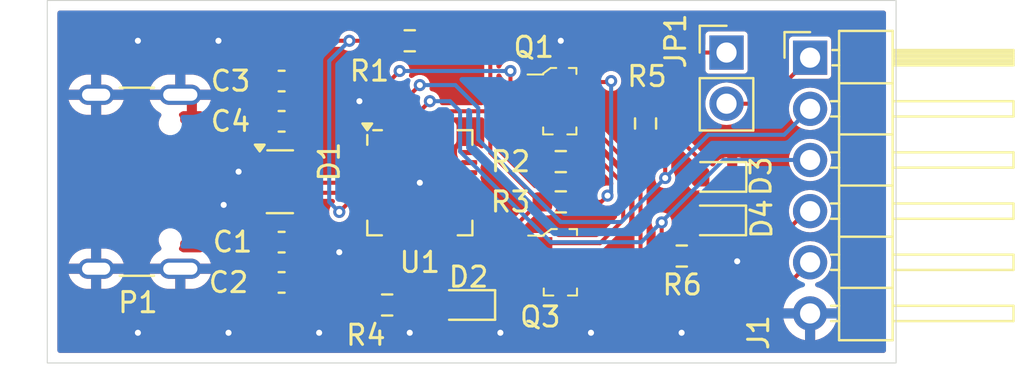
<source format=kicad_pcb>
(kicad_pcb (version 20240108) (generator "pcbnew") (generator_version "8.0")
  (layers (0 "F.Cu" signal) (31 "B.Cu" signal) (34 "B.Paste" user) (35 "F.Paste" user) (36 "B.SilkS" user "B.Silkscreen") (37 "F.SilkS" user "F.Silkscreen") (38 "B.Mask" user) (39 "F.Mask" user) (44 "Edge.Cuts" user))
  (net 0 "")
  (net 1 "GND")
  (net 2 "/VBUS")
  (net 3 "/VDD")
  (net 4 "/D+")
  (net 5 "/D-")
  (net 6 "/nRST")
  (net 7 "/TXD")
  (net 8 "Net-(J1-Pin_1)")
  (net 9 "/GPIO0")
  (net 10 "/RXD")
  (net 13 "/RTS")
  (net 14 "Net-(Q1-B)")
  (net 15 "/DTR")
  (net 34 "Net-(D2-A)")
  (net 35 "Net-(D3-A)")
  (net 36 "Net-(D4-A)")
  (net 37 "Net-(Q3-B)")
  (footprint "Capacitor_SMD:C_0603_1608Metric_Pad1.08x0.95mm_HandSolder" (layer "F.Cu") (at 45.1375 51.5 180)
    (property "Reference" "C2" (at 2.6375 0 0) (layer "F.SilkS"))
    (property "Value" "100nF")
    (fp_line (start -0.146267 0.51) (end 0.146267 0.51) (stroke (width 0.12)) (layer "F.SilkS"))
    (fp_line (start -0.146267 -0.51) (end 0.146267 -0.51) (stroke (width 0.12)) (layer "F.SilkS"))
    (pad "1" smd roundrect (at -0.8625 0 180) (size 1.075 0.95) (layers "F.Cu" "F.Paste" "F.Mask") (net 2 "/VBUS"))
    (pad "2" smd roundrect (at 0.8625 0 180) (size 1.075 0.95) (layers "F.Cu" "F.Paste" "F.Mask") (net 1 "GND"))
  )
  (footprint "digikey-footprints:SOT-23-3" (layer "F.Cu") (at 58.98 50.5)
    (property "Reference" "Q3" (at -1 2.71 0) (layer "F.SilkS"))
    (property "Value" "MMSS8050-H-TP")
    (fp_line (start -0.825 -1.375) (end -0.825 -1.325) (stroke (width 0.1)) (layer "F.SilkS"))
    (fp_line (start -0.825 -1.325) (end -1.6 -1.325) (stroke (width 0.1)) (layer "F.SilkS"))
    (fp_line (start -0.825 1.65) (end -0.825 1.3) (stroke (width 0.1)) (layer "F.SilkS"))
    (fp_line (start -0.45 -1.65) (end -0.825 -1.375) (stroke (width 0.1)) (layer "F.SilkS"))
    (fp_line (start -0.35 1.65) (end -0.825 1.65) (stroke (width 0.1)) (layer "F.SilkS"))
    (fp_line (start -0.175 -1.65) (end -0.45 -1.65) (stroke (width 0.1)) (layer "F.SilkS"))
    (fp_line (start 0.45 -1.65) (end 0.825 -1.65) (stroke (width 0.1)) (layer "F.SilkS"))
    (fp_line (start 0.825 -1.65) (end 0.825 -1.35) (stroke (width 0.1)) (layer "F.SilkS"))
    (fp_line (start 0.825 1.35) (end 0.825 1.65) (stroke (width 0.1)) (layer "F.SilkS"))
    (fp_line (start 0.825 1.425) (end 0.825 1.3) (stroke (width 0.1)) (layer "F.SilkS"))
    (fp_line (start 0.825 1.65) (end 0.375 1.65) (stroke (width 0.1)) (layer "F.SilkS"))
    (pad "1" smd rect (at -1.05 -0.95) (size 1.3 0.6) (layers "F.Cu" "F.Paste" "F.Mask") (net 37 "Net-(Q3-B)"))
    (pad "2" smd rect (at -1.05 0.95) (size 1.3 0.6) (layers "F.Cu" "F.Paste" "F.Mask") (net 13 "/RTS"))
    (pad "3" smd rect (at 1.05 0) (size 1.3 0.6) (layers "F.Cu" "F.Paste" "F.Mask") (net 6 "/nRST"))
  )
  (footprint "Resistor_SMD:R_0603_1608Metric_Pad0.98x0.95mm_HandSolder" (layer "F.Cu") (at 59 45.5)
    (property "Reference" "R2" (at -2.5 0 0) (layer "F.SilkS"))
    (property "Value" "12K")
    (fp_line (start -0.254724 -0.5225) (end 0.254724 -0.5225) (stroke (width 0.12)) (layer "F.SilkS"))
    (fp_line (start -0.254724 0.5225) (end 0.254724 0.5225) (stroke (width 0.12)) (layer "F.SilkS"))
    (pad "1" smd roundrect (at -0.9125 0) (size 0.975 0.95) (layers "F.Cu" "F.Paste" "F.Mask") (net 15 "/DTR"))
    (pad "2" smd roundrect (at 0.9125 0) (size 0.975 0.95) (layers "F.Cu" "F.Paste" "F.Mask") (net 37 "Net-(Q3-B)"))
  )
  (footprint "Capacitor_SMD:C_0603_1608Metric_Pad1.08x0.95mm_HandSolder" (layer "F.Cu") (at 45.1375 49.5 180)
    (property "Reference" "C1" (at 2.4375 0.01 0) (layer "F.SilkS"))
    (property "Value" "10uF")
    (fp_line (start -0.146267 0.51) (end 0.146267 0.51) (stroke (width 0.12)) (layer "F.SilkS"))
    (fp_line (start -0.146267 -0.51) (end 0.146267 -0.51) (stroke (width 0.12)) (layer "F.SilkS"))
    (pad "1" smd roundrect (at -0.8625 0 180) (size 1.075 0.95) (layers "F.Cu" "F.Paste" "F.Mask") (net 2 "/VBUS"))
    (pad "2" smd roundrect (at 0.8625 0 180) (size 1.075 0.95) (layers "F.Cu" "F.Paste" "F.Mask") (net 1 "GND"))
  )
  (footprint "Connector_PinHeader_2.54mm:PinHeader_1x06_P2.54mm_Horizontal" (layer "F.Cu") (at 71.38 40.34)
    (property "Reference" "J1" (at -2.56 13.65 -90) (layer "F.SilkS"))
    (property "Value" "Conn_01x06_Pin")
    (fp_line (start -1.27 -1.27) (end 0 -1.27) (stroke (width 0.12)) (layer "F.SilkS"))
    (fp_line (start -1.27 0) (end -1.27 -1.27) (stroke (width 0.12)) (layer "F.SilkS"))
    (fp_line (start 1.042929 2.16) (end 1.44 2.16) (stroke (width 0.12)) (layer "F.SilkS"))
    (fp_line (start 1.042929 2.92) (end 1.44 2.92) (stroke (width 0.12)) (layer "F.SilkS"))
    (fp_line (start 1.042929 4.7) (end 1.44 4.7) (stroke (width 0.12)) (layer "F.SilkS"))
    (fp_line (start 1.042929 5.46) (end 1.44 5.46) (stroke (width 0.12)) (layer "F.SilkS"))
    (fp_line (start 1.042929 7.24) (end 1.44 7.24) (stroke (width 0.12)) (layer "F.SilkS"))
    (fp_line (start 1.042929 8) (end 1.44 8) (stroke (width 0.12)) (layer "F.SilkS"))
    (fp_line (start 1.042929 9.78) (end 1.44 9.78) (stroke (width 0.12)) (layer "F.SilkS"))
    (fp_line (start 1.042929 10.54) (end 1.44 10.54) (stroke (width 0.12)) (layer "F.SilkS"))
    (fp_line (start 1.042929 12.32) (end 1.44 12.32) (stroke (width 0.12)) (layer "F.SilkS"))
    (fp_line (start 1.042929 13.08) (end 1.44 13.08) (stroke (width 0.12)) (layer "F.SilkS"))
    (fp_line (start 1.11 -0.38) (end 1.44 -0.38) (stroke (width 0.12)) (layer "F.SilkS"))
    (fp_line (start 1.11 0.38) (end 1.44 0.38) (stroke (width 0.12)) (layer "F.SilkS"))
    (fp_line (start 1.44 -1.33) (end 1.44 14.03) (stroke (width 0.12)) (layer "F.SilkS"))
    (fp_line (start 1.44 1.27) (end 4.1 1.27) (stroke (width 0.12)) (layer "F.SilkS"))
    (fp_line (start 1.44 3.81) (end 4.1 3.81) (stroke (width 0.12)) (layer "F.SilkS"))
    (fp_line (start 1.44 6.35) (end 4.1 6.35) (stroke (width 0.12)) (layer "F.SilkS"))
    (fp_line (start 1.44 8.89) (end 4.1 8.89) (stroke (width 0.12)) (layer "F.SilkS"))
    (fp_line (start 1.44 11.43) (end 4.1 11.43) (stroke (width 0.12)) (layer "F.SilkS"))
    (fp_line (start 1.44 14.03) (end 4.1 14.03) (stroke (width 0.12)) (layer "F.SilkS"))
    (fp_line (start 4.1 -1.33) (end 1.44 -1.33) (stroke (width 0.12)) (layer "F.SilkS"))
    (fp_line (start 4.1 -0.38) (end 10.1 -0.38) (stroke (width 0.12)) (layer "F.SilkS"))
    (fp_line (start 4.1 -0.32) (end 10.1 -0.32) (stroke (width 0.12)) (layer "F.SilkS"))
    (fp_line (start 4.1 -0.2) (end 10.1 -0.2) (stroke (width 0.12)) (layer "F.SilkS"))
    (fp_line (start 4.1 -0.08) (end 10.1 -0.08) (stroke (width 0.12)) (layer "F.SilkS"))
    (fp_line (start 4.1 0.04) (end 10.1 0.04) (stroke (width 0.12)) (layer "F.SilkS"))
    (fp_line (start 4.1 0.16) (end 10.1 0.16) (stroke (width 0.12)) (layer "F.SilkS"))
    (fp_line (start 4.1 0.28) (end 10.1 0.28) (stroke (width 0.12)) (layer "F.SilkS"))
    (fp_line (start 4.1 2.16) (end 10.1 2.16) (stroke (width 0.12)) (layer "F.SilkS"))
    (fp_line (start 4.1 4.7) (end 10.1 4.7) (stroke (width 0.12)) (layer "F.SilkS"))
    (fp_line (start 4.1 7.24) (end 10.1 7.24) (stroke (width 0.12)) (layer "F.SilkS"))
    (fp_line (start 4.1 9.78) (end 10.1 9.78) (stroke (width 0.12)) (layer "F.SilkS"))
    (fp_line (start 4.1 12.32) (end 10.1 12.32) (stroke (width 0.12)) (layer "F.SilkS"))
    (fp_line (start 4.1 14.03) (end 4.1 -1.33) (stroke (width 0.12)) (layer "F.SilkS"))
    (fp_line (start 10.1 -0.38) (end 10.1 0.38) (stroke (width 0.12)) (layer "F.SilkS"))
    (fp_line (start 10.1 0.38) (end 4.1 0.38) (stroke (width 0.12)) (layer "F.SilkS"))
    (fp_line (start 10.1 2.16) (end 10.1 2.92) (stroke (width 0.12)) (layer "F.SilkS"))
    (fp_line (start 10.1 2.92) (end 4.1 2.92) (stroke (width 0.12)) (layer "F.SilkS"))
    (fp_line (start 10.1 4.7) (end 10.1 5.46) (stroke (width 0.12)) (layer "F.SilkS"))
    (fp_line (start 10.1 5.46) (end 4.1 5.46) (stroke (width 0.12)) (layer "F.SilkS"))
    (fp_line (start 10.1 7.24) (end 10.1 8) (stroke (width 0.12)) (layer "F.SilkS"))
    (fp_line (start 10.1 8) (end 4.1 8) (stroke (width 0.12)) (layer "F.SilkS"))
    (fp_line (start 10.1 9.78) (end 10.1 10.54) (stroke (width 0.12)) (layer "F.SilkS"))
    (fp_line (start 10.1 10.54) (end 4.1 10.54) (stroke (width 0.12)) (layer "F.SilkS"))
    (fp_line (start 10.1 12.32) (end 10.1 13.08) (stroke (width 0.12)) (layer "F.SilkS"))
    (fp_line (start 10.1 13.08) (end 4.1 13.08) (stroke (width 0.12)) (layer "F.SilkS"))
    (pad "1" thru_hole rect (at 0 0) (size 1.7 1.7) (drill 1) (layers "*.Cu" "*.Mask") (net 8 "Net-(J1-Pin_1)"))
    (pad "2" thru_hole oval (at 0 2.54) (size 1.7 1.7) (drill 1) (layers "*.Cu" "*.Mask") (net 7 "/TXD"))
    (pad "3" thru_hole oval (at 0 5.08) (size 1.7 1.7) (drill 1) (layers "*.Cu" "*.Mask") (net 10 "/RXD"))
    (pad "4" thru_hole oval (at 0 7.62) (size 1.7 1.7) (drill 1) (layers "*.Cu" "*.Mask") (net 9 "/GPIO0"))
    (pad "5" thru_hole oval (at 0 10.16) (size 1.7 1.7) (drill 1) (layers "*.Cu" "*.Mask") (net 6 "/nRST"))
    (pad "6" thru_hole oval (at 0 12.7) (size 1.7 1.7) (drill 1) (layers "*.Cu" "*.Mask") (net 1 "GND"))
  )
  (footprint "Resistor_SMD:R_0603_1608Metric_Pad0.98x0.95mm_HandSolder" (layer "F.Cu") (at 65.0075 50.19)
    (property "Reference" "R6" (at 0.0225 1.43 360) (layer "F.SilkS"))
    (property "Value" "10")
    (fp_line (start -0.254724 -0.5225) (end 0.254724 -0.5225) (stroke (width 0.12)) (layer "F.SilkS"))
    (fp_line (start -0.254724 0.5225) (end 0.254724 0.5225) (stroke (width 0.12)) (layer "F.SilkS"))
    (pad "1" smd roundrect (at -0.9125 0) (size 0.975 0.95) (layers "F.Cu" "F.Paste" "F.Mask") (net 10 "/RXD"))
    (pad "2" smd roundrect (at 0.9125 0) (size 0.975 0.95) (layers "F.Cu" "F.Paste" "F.Mask") (net 36 "Net-(D4-A)"))
  )
  (footprint "digikey-footprints:SOT-23-3" (layer "F.Cu") (at 58.95 42.5)
    (property "Reference" "Q1" (at -1.29 -2.68 0) (layer "F.SilkS"))
    (property "Value" "MMSS8050-H-TP")
    (fp_line (start -0.825 -1.375) (end -0.825 -1.325) (stroke (width 0.1)) (layer "F.SilkS"))
    (fp_line (start -0.825 -1.325) (end -1.6 -1.325) (stroke (width 0.1)) (layer "F.SilkS"))
    (fp_line (start -0.825 1.65) (end -0.825 1.3) (stroke (width 0.1)) (layer "F.SilkS"))
    (fp_line (start -0.45 -1.65) (end -0.825 -1.375) (stroke (width 0.1)) (layer "F.SilkS"))
    (fp_line (start -0.35 1.65) (end -0.825 1.65) (stroke (width 0.1)) (layer "F.SilkS"))
    (fp_line (start -0.175 -1.65) (end -0.45 -1.65) (stroke (width 0.1)) (layer "F.SilkS"))
    (fp_line (start 0.45 -1.65) (end 0.825 -1.65) (stroke (width 0.1)) (layer "F.SilkS"))
    (fp_line (start 0.825 -1.65) (end 0.825 -1.35) (stroke (width 0.1)) (layer "F.SilkS"))
    (fp_line (start 0.825 1.35) (end 0.825 1.65) (stroke (width 0.1)) (layer "F.SilkS"))
    (fp_line (start 0.825 1.425) (end 0.825 1.3) (stroke (width 0.1)) (layer "F.SilkS"))
    (fp_line (start 0.825 1.65) (end 0.375 1.65) (stroke (width 0.1)) (layer "F.SilkS"))
    (pad "1" smd rect (at -1.05 -0.95) (size 1.3 0.6) (layers "F.Cu" "F.Paste" "F.Mask") (net 14 "Net-(Q1-B)"))
    (pad "2" smd rect (at -1.05 0.95) (size 1.3 0.6) (layers "F.Cu" "F.Paste" "F.Mask") (net 15 "/DTR"))
    (pad "3" smd rect (at 1.05 0) (size 1.3 0.6) (layers "F.Cu" "F.Paste" "F.Mask") (net 9 "/GPIO0"))
  )
  (footprint "Connector_PinHeader_2.54mm:PinHeader_1x02_P2.54mm_Vertical" (layer "F.Cu") (at 67.23 40.085)
    (property "Reference" "JP1" (at -2.53 -0.575 -90) (layer "F.SilkS"))
    (property "Value" "Jumper_2_Open")
    (fp_line (start -1.33 -1.33) (end 0 -1.33) (stroke (width 0.12)) (layer "F.SilkS"))
    (fp_line (start -1.33 0) (end -1.33 -1.33) (stroke (width 0.12)) (layer "F.SilkS"))
    (fp_line (start -1.33 1.27) (end -1.33 3.87) (stroke (width 0.12)) (layer "F.SilkS"))
    (fp_line (start -1.33 1.27) (end 1.33 1.27) (stroke (width 0.12)) (layer "F.SilkS"))
    (fp_line (start -1.33 3.87) (end 1.33 3.87) (stroke (width 0.12)) (layer "F.SilkS"))
    (fp_line (start 1.33 1.27) (end 1.33 3.87) (stroke (width 0.12)) (layer "F.SilkS"))
    (pad "1" thru_hole rect (at 0 0) (size 1.7 1.7) (drill 1) (layers "*.Cu" "*.Mask") (net 3 "/VDD"))
    (pad "2" thru_hole oval (at 0 2.54) (size 1.7 1.7) (drill 1) (layers "*.Cu" "*.Mask") (net 8 "Net-(J1-Pin_1)"))
  )
  (footprint "Resistor_SMD:R_0603_1608Metric_Pad0.98x0.95mm_HandSolder" (layer "F.Cu") (at 50.3775 52.62)
    (property "Reference" "R4" (at -1.0575 1.5 0) (layer "F.SilkS"))
    (property "Value" "100")
    (fp_line (start -0.254724 -0.5225) (end 0.254724 -0.5225) (stroke (width 0.12)) (layer "F.SilkS"))
    (fp_line (start -0.254724 0.5225) (end 0.254724 0.5225) (stroke (width 0.12)) (layer "F.SilkS"))
    (pad "1" smd roundrect (at -0.9125 0) (size 0.975 0.95) (layers "F.Cu" "F.Paste" "F.Mask") (net 2 "/VBUS"))
    (pad "2" smd roundrect (at 0.9125 0) (size 0.975 0.95) (layers "F.Cu" "F.Paste" "F.Mask") (net 34 "Net-(D2-A)"))
  )
  (footprint "Connector_USB:USB_C_Receptacle_GCT_USB4105-xx-A_16P_TopMnt_Horizontal" (layer "F.Cu") (at 37 46.5 -90)
    (property "Reference" "P1" (at 6 -1 0) (layer "F.SilkS"))
    (property "Value" "USB_C_Plug_USB2.0")
    (fp_line (start -4.67 -0.1) (end -4.67 -1.8) (stroke (width 0.12)) (layer "F.SilkS"))
    (fp_line (start 4.67 -0.1) (end 4.67 -1.8) (stroke (width 0.12)) (layer "F.SilkS"))
    (pad "" np_thru_hole circle (at -2.89 -2.605 270) (size 0.65 0.65) (drill 0.65) (layers "F&B.Cu" "*.Mask"))
    (pad "" np_thru_hole circle (at 2.89 -2.605 270) (size 0.65 0.65) (drill 0.65) (layers "F&B.Cu" "*.Mask"))
    (pad "A1" smd roundrect (at -3.2 -3.68 270) (size 0.6 1.15) (layers "F.Cu" "F.Paste" "F.Mask") (net 1 "GND"))
    (pad "A4" smd roundrect (at -2.4 -3.68 270) (size 0.6 1.15) (layers "F.Cu" "F.Paste" "F.Mask") (net 2 "/VBUS"))
    (pad "A5" smd roundrect (at -1.25 -3.68 270) (size 0.3 1.15) (layers "F.Cu" "F.Paste" "F.Mask"))
    (pad "A6" smd roundrect (at -0.25 -3.68 270) (size 0.3 1.15) (layers "F.Cu" "F.Paste" "F.Mask") (net 4 "/D+"))
    (pad "A7" smd roundrect (at 0.25 -3.68 270) (size 0.3 1.15) (layers "F.Cu" "F.Paste" "F.Mask") (net 5 "/D-"))
    (pad "A8" smd roundrect (at 1.25 -3.68 270) (size 0.3 1.15) (layers "F.Cu" "F.Paste" "F.Mask"))
    (pad "A9" smd roundrect (at 2.4 -3.68 270) (size 0.6 1.15) (layers "F.Cu" "F.Paste" "F.Mask") (net 2 "/VBUS"))
    (pad "A12" smd roundrect (at 3.2 -3.68 270) (size 0.6 1.15) (layers "F.Cu" "F.Paste" "F.Mask") (net 1 "GND"))
    (pad "B1" smd roundrect (at 3.2 -3.68 270) (size 0.6 1.15) (layers "F.Cu" "F.Paste" "F.Mask") (net 1 "GND"))
    (pad "B4" smd roundrect (at 2.4 -3.68 270) (size 0.6 1.15) (layers "F.Cu" "F.Paste" "F.Mask") (net 2 "/VBUS"))
    (pad "B5" smd roundrect (at 1.75 -3.68 270) (size 0.3 1.15) (layers "F.Cu" "F.Paste" "F.Mask"))
    (pad "B6" smd roundrect (at 0.75 -3.68 270) (size 0.3 1.15) (layers "F.Cu" "F.Paste" "F.Mask"))
    (pad "B7" smd roundrect (at -0.75 -3.68 270) (size 0.3 1.15) (layers "F.Cu" "F.Paste" "F.Mask"))
    (pad "B8" smd roundrect (at -1.75 -3.68 270) (size 0.3 1.15) (layers "F.Cu" "F.Paste" "F.Mask"))
    (pad "B9" smd roundrect (at -2.4 -3.68 270) (size 0.6 1.15) (layers "F.Cu" "F.Paste" "F.Mask") (net 2 "/VBUS"))
    (pad "B12" smd roundrect (at -3.2 -3.68 270) (size 0.6 1.15) (layers "F.Cu" "F.Paste" "F.Mask") (net 1 "GND"))
    (pad "S1" thru_hole oval (at -4.32 -3.105 270) (size 1 2.1) (drill oval 0.6 1.7) (layers "*.Cu" "*.Mask" "F.Paste") (net 1 "GND"))
    (pad "S1" thru_hole oval (at -4.32 1.075 270) (size 1 1.8) (drill oval 0.6 1.4) (layers "*.Cu" "*.Mask" "F.Paste") (net 1 "GND"))
    (pad "S1" thru_hole oval (at 4.32 -3.105 270) (size 1 2.1) (drill oval 0.6 1.7) (layers "*.Cu" "*.Mask" "F.Paste") (net 1 "GND"))
    (pad "S1" thru_hole oval (at 4.32 1.075 270) (size 1 1.8) (drill oval 0.6 1.4) (layers "*.Cu" "*.Mask" "F.Paste") (net 1 "GND"))
  )
  (footprint "LED_SMD:LED_0603_1608Metric" (layer "F.Cu") (at 66.7275 46.26 180)
    (property "Reference" "D3" (at -2.2125 0.03 90) (layer "F.SilkS"))
    (property "Value" "LED")
    (fp_line (start 0.8 -0.735) (end -1.485 -0.735) (stroke (width 0.12)) (layer "F.SilkS"))
    (fp_line (start -1.485 0.735) (end 0.8 0.735) (stroke (width 0.12)) (layer "F.SilkS"))
    (fp_line (start -1.485 -0.735) (end -1.485 0.735) (stroke (width 0.12)) (layer "F.SilkS"))
    (pad "1" smd roundrect (at -0.7875 0 180) (size 0.875 0.95) (layers "F.Cu" "F.Paste" "F.Mask") (net 1 "GND"))
    (pad "2" smd roundrect (at 0.7875 0 180) (size 0.875 0.95) (layers "F.Cu" "F.Paste" "F.Mask") (net 35 "Net-(D3-A)"))
  )
  (footprint "LED_SMD:LED_0603_1608Metric" (layer "F.Cu") (at 66.7125 48.42 180)
    (property "Reference" "D4" (at -2.2675 0.07 90) (layer "F.SilkS"))
    (property "Value" "LED")
    (fp_line (start 0.8 -0.735) (end -1.485 -0.735) (stroke (width 0.12)) (layer "F.SilkS"))
    (fp_line (start -1.485 0.735) (end 0.8 0.735) (stroke (width 0.12)) (layer "F.SilkS"))
    (fp_line (start -1.485 -0.735) (end -1.485 0.735) (stroke (width 0.12)) (layer "F.SilkS"))
    (pad "1" smd roundrect (at -0.7875 0 180) (size 0.875 0.95) (layers "F.Cu" "F.Paste" "F.Mask") (net 1 "GND"))
    (pad "2" smd roundrect (at 0.7875 0 180) (size 0.875 0.95) (layers "F.Cu" "F.Paste" "F.Mask") (net 36 "Net-(D4-A)"))
  )
  (footprint "Package_DFN_QFN:QFN-28-1EP_5x5mm_P0.5mm_EP3.35x3.35mm" (layer "F.Cu") (at 52 46.55)
    (property "Reference" "U1" (at 0 3.95 0) (layer "F.SilkS"))
    (property "Value" "CP2102N-Axx-xQFN28")
    (fp_line (start -2.61 -1.885) (end -2.61 -2.37) (stroke (width 0.12)) (layer "F.SilkS"))
    (fp_line (start -2.61 2.61) (end -2.61 1.885) (stroke (width 0.12)) (layer "F.SilkS"))
    (fp_line (start -1.885 -2.61) (end -2.31 -2.61) (stroke (width 0.12)) (layer "F.SilkS"))
    (fp_line (start -1.885 2.61) (end -2.61 2.61) (stroke (width 0.12)) (layer "F.SilkS"))
    (fp_line (start 1.885 -2.61) (end 2.61 -2.61) (stroke (width 0.12)) (layer "F.SilkS"))
    (fp_line (start 1.885 2.61) (end 2.61 2.61) (stroke (width 0.12)) (layer "F.SilkS"))
    (fp_line (start 2.61 -2.61) (end 2.61 -1.885) (stroke (width 0.12)) (layer "F.SilkS"))
    (fp_line (start 2.61 2.61) (end 2.61 1.885) (stroke (width 0.12)) (layer "F.SilkS"))
    (fp_poly (pts (xy -2.61 -2.61) (xy -2.85 -2.94) (xy -2.37 -2.94) (xy -2.61 -2.61)) (stroke (width 0.12)) (fill solid) (layer "F.SilkS"))
    (pad "1" smd roundrect (at -2.45 -1.5) (size 0.8 0.25) (layers "F.Cu" "F.Paste" "F.Mask"))
    (pad "2" smd roundrect (at -2.45 -1) (size 0.8 0.25) (layers "F.Cu" "F.Paste" "F.Mask"))
    (pad "3" smd roundrect (at -2.45 -0.5) (size 0.8 0.25) (layers "F.Cu" "F.Paste" "F.Mask") (net 1 "GND"))
    (pad "4" smd roundrect (at -2.45 0) (size 0.8 0.25) (layers "F.Cu" "F.Paste" "F.Mask") (net 4 "/D+"))
    (pad "5" smd roundrect (at -2.45 0.5) (size 0.8 0.25) (layers "F.Cu" "F.Paste" "F.Mask") (net 5 "/D-"))
    (pad "6" smd roundrect (at -2.45 1) (size 0.8 0.25) (layers "F.Cu" "F.Paste" "F.Mask") (net 3 "/VDD"))
    (pad "7" smd roundrect (at -2.45 1.5) (size 0.8 0.25) (layers "F.Cu" "F.Paste" "F.Mask") (net 2 "/VBUS"))
    (pad "8" smd roundrect (at -1.5 2.45) (size 0.25 0.8) (layers "F.Cu" "F.Paste" "F.Mask") (net 2 "/VBUS"))
    (pad "9" smd roundrect (at -1 2.45) (size 0.25 0.8) (layers "F.Cu" "F.Paste" "F.Mask"))
    (pad "10" smd roundrect (at -0.5 2.45) (size 0.25 0.8) (layers "F.Cu" "F.Paste" "F.Mask"))
    (pad "11" smd roundrect (at 0 2.45) (size 0.25 0.8) (layers "F.Cu" "F.Paste" "F.Mask"))
    (pad "12" smd roundrect (at 0.5 2.45) (size 0.25 0.8) (layers "F.Cu" "F.Paste" "F.Mask"))
    (pad "13" smd roundrect (at 1 2.45) (size 0.25 0.8) (layers "F.Cu" "F.Paste" "F.Mask"))
    (pad "14" smd roundrect (at 1.5 2.45) (size 0.25 0.8) (layers "F.Cu" "F.Paste" "F.Mask"))
    (pad "15" smd roundrect (at 2.45 1.5) (size 0.8 0.25) (layers "F.Cu" "F.Paste" "F.Mask"))
    (pad "16" smd roundrect (at 2.45 1) (size 0.8 0.25) (layers "F.Cu" "F.Paste" "F.Mask"))
    (pad "17" smd roundrect (at 2.45 0.5) (size 0.8 0.25) (layers "F.Cu" "F.Paste" "F.Mask"))
    (pad "18" smd roundrect (at 2.45 0) (size 0.8 0.25) (layers "F.Cu" "F.Paste" "F.Mask"))
    (pad "19" smd roundrect (at 2.45 -0.5) (size 0.8 0.25) (layers "F.Cu" "F.Paste" "F.Mask"))
    (pad "20" smd roundrect (at 2.45 -1) (size 0.8 0.25) (layers "F.Cu" "F.Paste" "F.Mask"))
    (pad "21" smd roundrect (at 2.45 -1.5) (size 0.8 0.25) (layers "F.Cu" "F.Paste" "F.Mask"))
    (pad "22" smd roundrect (at 1.5 -2.45) (size 0.25 0.8) (layers "F.Cu" "F.Paste" "F.Mask"))
    (pad "23" smd roundrect (at 1 -2.45) (size 0.25 0.8) (layers "F.Cu" "F.Paste" "F.Mask"))
    (pad "24" smd roundrect (at 0.5 -2.45) (size 0.25 0.8) (layers "F.Cu" "F.Paste" "F.Mask") (net 13 "/RTS"))
    (pad "25" smd roundrect (at 0 -2.45) (size 0.25 0.8) (layers "F.Cu" "F.Paste" "F.Mask") (net 10 "/RXD"))
    (pad "26" smd roundrect (at -0.5 -2.45) (size 0.25 0.8) (layers "F.Cu" "F.Paste" "F.Mask") (net 7 "/TXD"))
    (pad "27" smd roundrect (at -1 -2.45) (size 0.25 0.8) (layers "F.Cu" "F.Paste" "F.Mask"))
    (pad "28" smd roundrect (at -1.5 -2.45) (size 0.25 0.8) (layers "F.Cu" "F.Paste" "F.Mask") (net 15 "/DTR"))
    (pad "29" smd rect (at 0 0) (size 3.35 3.35) (property pad_prop_heatsink) (layers "F.Cu" "F.Mask") (net 1 "GND"))
  )
  (footprint "Resistor_SMD:R_0603_1608Metric_Pad0.98x0.95mm_HandSolder" (layer "F.Cu") (at 63.21 43.6075 90)
    (property "Reference" "R5" (at 2.3375 0.07 180) (layer "F.SilkS"))
    (property "Value" "10")
    (fp_line (start -0.254724 -0.5225) (end 0.254724 -0.5225) (stroke (width 0.12)) (layer "F.SilkS"))
    (fp_line (start -0.254724 0.5225) (end 0.254724 0.5225) (stroke (width 0.12)) (layer "F.SilkS"))
    (pad "1" smd roundrect (at -0.9125 0 90) (size 0.975 0.95) (layers "F.Cu" "F.Paste" "F.Mask") (net 7 "/TXD"))
    (pad "2" smd roundrect (at 0.9125 0 90) (size 0.975 0.95) (layers "F.Cu" "F.Paste" "F.Mask") (net 35 "Net-(D3-A)"))
  )
  (footprint "Package_TO_SOT_SMD:SOT-143" (layer "F.Cu") (at 45.05 46.5)
    (property "Reference" "D1" (at 2.45 -1 90) (layer "F.SilkS"))
    (property "Value" "SP0503BAHT")
    (fp_line (start -0.65 1.56) (end 0.65 1.56) (stroke (width 0.12)) (layer "F.SilkS"))
    (fp_line (start 0.65 -1.56) (end -0.62 -1.56) (stroke (width 0.12)) (layer "F.SilkS"))
    (fp_poly (pts (xy -1 -1.51) (xy -1.24 -1.84) (xy -0.76 -1.84) (xy -1 -1.51)) (stroke (width 0.12)) (fill solid) (layer "F.SilkS"))
    (pad "1" smd roundrect (at -1 -0.75) (size 0.7 1) (layers "F.Cu" "F.Paste" "F.Mask") (net 1 "GND"))
    (pad "2" smd roundrect (at -1 0.95) (size 0.7 0.6) (layers "F.Cu" "F.Paste" "F.Mask") (net 2 "/VBUS"))
    (pad "3" smd roundrect (at 1 0.95) (size 0.7 0.6) (layers "F.Cu" "F.Paste" "F.Mask") (net 5 "/D-"))
    (pad "4" smd roundrect (at 1 -0.95) (size 0.7 0.6) (layers "F.Cu" "F.Paste" "F.Mask") (net 4 "/D+"))
  )
  (footprint "Resistor_SMD:R_0603_1608Metric_Pad0.98x0.95mm_HandSolder" (layer "F.Cu") (at 51.5 39.5)
    (property "Reference" "R1" (at -2 1.5 0) (layer "F.SilkS"))
    (property "Value" "4K7")
    (fp_line (start -0.254724 -0.5225) (end 0.254724 -0.5225) (stroke (width 0.12)) (layer "F.SilkS"))
    (fp_line (start -0.254724 0.5225) (end 0.254724 0.5225) (stroke (width 0.12)) (layer "F.SilkS"))
    (pad "1" smd roundrect (at -0.9125 0) (size 0.975 0.95) (layers "F.Cu" "F.Paste" "F.Mask") (net 3 "/VDD"))
    (pad "2" smd roundrect (at 0.9125 0) (size 0.975 0.95) (layers "F.Cu" "F.Paste" "F.Mask") (net 13 "/RTS"))
  )
  (footprint "Capacitor_SMD:C_0603_1608Metric_Pad1.08x0.95mm_HandSolder" (layer "F.Cu") (at 45.1375 43.5 180)
    (property "Reference" "C4" (at 2.5375 0 0) (layer "F.SilkS"))
    (property "Value" "100nF")
    (fp_line (start -0.146267 0.51) (end 0.146267 0.51) (stroke (width 0.12)) (layer "F.SilkS"))
    (fp_line (start -0.146267 -0.51) (end 0.146267 -0.51) (stroke (width 0.12)) (layer "F.SilkS"))
    (pad "1" smd roundrect (at -0.8625 0 180) (size 1.075 0.95) (layers "F.Cu" "F.Paste" "F.Mask") (net 3 "/VDD"))
    (pad "2" smd roundrect (at 0.8625 0 180) (size 1.075 0.95) (layers "F.Cu" "F.Paste" "F.Mask") (net 1 "GND"))
  )
  (footprint "LED_SMD:LED_0603_1608Metric" (layer "F.Cu") (at 54.2525 52.62 180)
    (property "Reference" "D2" (at -0.1675 1.39 180) (layer "F.SilkS"))
    (property "Value" "LED")
    (fp_line (start 0.8 -0.735) (end -1.485 -0.735) (stroke (width 0.12)) (layer "F.SilkS"))
    (fp_line (start -1.485 0.735) (end 0.8 0.735) (stroke (width 0.12)) (layer "F.SilkS"))
    (fp_line (start -1.485 -0.735) (end -1.485 0.735) (stroke (width 0.12)) (layer "F.SilkS"))
    (pad "1" smd roundrect (at -0.7875 0 180) (size 0.875 0.95) (layers "F.Cu" "F.Paste" "F.Mask") (net 1 "GND"))
    (pad "2" smd roundrect (at 0.7875 0 180) (size 0.875 0.95) (layers "F.Cu" "F.Paste" "F.Mask") (net 34 "Net-(D2-A)"))
  )
  (footprint "Capacitor_SMD:C_0603_1608Metric_Pad1.08x0.95mm_HandSolder" (layer "F.Cu") (at 45.1375 41.5 180)
    (property "Reference" "C3" (at 2.5375 0 0) (layer "F.SilkS"))
    (property "Value" "10uF")
    (fp_line (start -0.146267 0.51) (end 0.146267 0.51) (stroke (width 0.12)) (layer "F.SilkS"))
    (fp_line (start -0.146267 -0.51) (end 0.146267 -0.51) (stroke (width 0.12)) (layer "F.SilkS"))
    (pad "1" smd roundrect (at -0.8625 0 180) (size 1.075 0.95) (layers "F.Cu" "F.Paste" "F.Mask") (net 3 "/VDD"))
    (pad "2" smd roundrect (at 0.8625 0 180) (size 1.075 0.95) (layers "F.Cu" "F.Paste" "F.Mask") (net 1 "GND"))
  )
  (footprint "Resistor_SMD:R_0603_1608Metric_Pad0.98x0.95mm_HandSolder" (layer "F.Cu") (at 59 47.5)
    (property "Reference" "R3" (at -2.5 0 0) (layer "F.SilkS"))
    (property "Value" "12K")
    (fp_line (start -0.254724 -0.5225) (end 0.254724 -0.5225) (stroke (width 0.12)) (layer "F.SilkS"))
    (fp_line (start -0.254724 0.5225) (end 0.254724 0.5225) (stroke (width 0.12)) (layer "F.SilkS"))
    (pad "1" smd roundrect (at -0.9125 0) (size 0.975 0.95) (layers "F.Cu" "F.Paste" "F.Mask") (net 13 "/RTS"))
    (pad "2" smd roundrect (at 0.9125 0) (size 0.975 0.95) (layers "F.Cu" "F.Paste" "F.Mask") (net 14 "Net-(Q1-B)"))
  )
  (gr_rect (start 33.5 37.5) (end 75.65 55.5) (stroke (width 0.05)) (fill none) (layer "Edge.Cuts"))
  (segment (start 43 46) (end 43.25 45.75) (width 0.2) (layer "F.Cu") (net 1))
  (segment (start 52 46.55) (end 52.975 47.525) (width 0.2) (layer "F.Cu") (net 1))
  (segment (start 51.5 46.05) (end 52 46.55) (width 0.2) (layer "F.Cu") (net 1))
  (segment (start 43.25 45.75) (end 44.05 45.75) (width 0.2) (layer "F.Cu") (net 1))
  (via (at 59 39.5) (size 0.6) (drill 0.3) (layers "F.Cu" "B.Cu") (net 1))
  (via (at 67.76 50.45) (size 0.6) (drill 0.3) (layers "F.Cu" "B.Cu") (net 1))
  (via (at 49 42.5) (size 0.6) (drill 0.3) (layers "F.Cu" "B.Cu") (net 1))
  (via (at 42.26 47.65) (size 0.6) (drill 0.3) (layers "F.Cu" "B.Cu") (net 1))
  (via (at 43 46) (size 0.6) (drill 0.3) (layers "F.Cu" "B.Cu") (net 1))
  (via (at 38 54) (size 0.6) (drill 0.3) (layers "F.Cu" "B.Cu") (net 1))
  (via (at 65 54) (size 0.6) (drill 0.3) (layers "F.Cu" "B.Cu") (net 1))
  (via (at 51.5 54) (size 0.6) (drill 0.3) (layers "F.Cu" "B.Cu") (net 1))
  (via (at 60.5 54) (size 0.6) (drill 0.3) (layers "F.Cu" "B.Cu") (net 1))
  (via (at 42.5 54) (size 0.6) (drill 0.3) (layers "F.Cu" "B.Cu") (net 1))
  (via (at 38 39.5) (size 0.6) (drill 0.3) (layers "F.Cu" "B.Cu") (net 1))
  (via (at 52 46.55) (size 0.6) (drill 0.3) (layers "F.Cu" "B.Cu") (net 1))
  (via (at 42 39.5) (size 0.6) (drill 0.3) (layers "F.Cu" "B.Cu") (net 1))
  (via (at 56 54) (size 0.6) (drill 0.3) (layers "F.Cu" "B.Cu") (net 1))
  (via (at 48 50) (size 0.6) (drill 0.3) (layers "F.Cu" "B.Cu") (net 1))
  (via (at 47 54) (size 0.6) (drill 0.3) (layers "F.Cu" "B.Cu") (net 1))
  (segment (start 50.5 49) (end 49.55 48.05) (width 0.2) (layer "F.Cu") (net 2))
  (segment (start 39.805 44.400001) (end 40.105001 44.1) (width 0.2) (layer "F.Cu") (net 2))
  (segment (start 44.05 47.45) (end 46 49.4) (width 0.2) (layer "F.Cu") (net 2))
  (segment (start 49 51.5) (end 50.5 50) (width 0.2) (layer "F.Cu") (net 2))
  (segment (start 42.155 48.9) (end 43.605 47.45) (width 0.2) (layer "F.Cu") (net 2))
  (segment (start 46 51.5) (end 46 49.5) (width 0.2) (layer "F.Cu") (net 2))
  (segment (start 40.069594 48.9) (end 39.805 48.635406) (width 0.2) (layer "F.Cu") (net 2))
  (segment (start 50.5 50) (end 50.5 49) (width 0.2) (layer "F.Cu") (net 2))
  (segment (start 39.805 48.635406) (end 39.805 44.400001) (width 0.2) (layer "F.Cu") (net 2))
  (segment (start 40.68 48.9) (end 42.155 48.9) (width 0.2) (layer "F.Cu") (net 2))
  (segment (start 40.105001 44.1) (end 40.68 44.1) (width 0.2) (layer "F.Cu") (net 2))
  (segment (start 49 52.155) (end 49.465 52.62) (width 0.2) (layer "F.Cu") (net 2))
  (segment (start 49 51.5) (end 49 52.155) (width 0.2) (layer "F.Cu") (net 2))
  (segment (start 40.68 48.9) (end 40.069594 48.9) (width 0.2) (layer "F.Cu") (net 2))
  (segment (start 43.605 47.45) (end 44.05 47.45) (width 0.2) (layer "F.Cu") (net 2))
  (segment (start 46 51.5) (end 49 51.5) (width 0.2) (layer "F.Cu") (net 2))
  (segment (start 46 49.4) (end 46 49.5) (width 0.2) (layer "F.Cu") (net 2))
  (segment (start 46 39.775) (end 46 41.5) (width 0.2) (layer "F.Cu") (net 3))
  (segment (start 46.275 39.5) (end 46 39.775) (width 0.2) (layer "F.Cu") (net 3))
  (segment (start 51.4575 38.63) (end 50.5875 39.5) (width 0.2) (layer "F.Cu") (net 3))
  (segment (start 48.45 47.55) (end 48 48) (width 0.2) (layer "F.Cu") (net 3))
  (segment (start 49.55 47.55) (end 48.45 47.55) (width 0.2) (layer "F.Cu") (net 3))
  (segment (start 46 41.5) (end 46 43.5) (width 0.2) (layer "F.Cu") (net 3))
  (segment (start 64.125 40.085) (end 62.67 38.63) (width 0.2) (layer "F.Cu") (net 3))
  (segment (start 50.5875 39.5) (end 48.5 39.5) (width 0.2) (layer "F.Cu") (net 3))
  (segment (start 62.67 38.63) (end 51.4575 38.63) (width 0.2) (layer "F.Cu") (net 3))
  (segment (start 46.275 39.5) (end 48.5 39.5) (width 0.2) (layer "F.Cu") (net 3))
  (segment (start 67.23 40.085) (end 64.125 40.085) (width 0.2) (layer "F.Cu") (net 3))
  (via (at 48 48) (size 0.6) (drill 0.3) (layers "F.Cu" "B.Cu") (net 3))
  (via (at 48.5 39.5) (size 0.6) (drill 0.3) (layers "F.Cu" "B.Cu") (net 3))
  (segment (start 47.5 40.5) (end 47.5 47.5) (width 0.2) (layer "B.Cu") (net 3))
  (segment (start 47.5 47.5) (end 48 48) (width 0.2) (layer "B.Cu") (net 3))
  (segment (start 47.5 40.5) (end 48.5 39.5) (width 0.2) (layer "B.Cu") (net 3))
  (segment (start 45 44.5) (end 46.05 45.55) (width 0.2) (layer "F.Cu") (net 4))
  (segment (start 47.05 46.55) (end 49.55 46.55) (width 0.2) (layer "F.Cu") (net 4))
  (segment (start 43.268705 44.5) (end 45 44.5) (width 0.2) (layer "F.Cu") (net 4))
  (segment (start 41.518705 46.25) (end 43.268705 44.5) (width 0.2) (layer "F.Cu") (net 4))
  (segment (start 46.05 45.55) (end 47.05 46.55) (width 0.2) (layer "F.Cu") (net 4))
  (segment (start 40.68 46.25) (end 41.518705 46.25) (width 0.2) (layer "F.Cu") (net 4))
  (segment (start 45.45 47.45) (end 46.05 47.45) (width 0.2) (layer "F.Cu") (net 5))
  (segment (start 40.68 46.75) (end 44.75 46.75) (width 0.2) (layer "F.Cu") (net 5))
  (segment (start 46.45 47.05) (end 49.55 47.05) (width 0.2) (layer "F.Cu") (net 5))
  (segment (start 44.75 46.75) (end 45.45 47.45) (width 0.2) (layer "F.Cu") (net 5))
  (segment (start 46 47.5) (end 46.45 47.05) (width 0.2) (layer "F.Cu") (net 5))
  (segment (start 69.06 52.82) (end 62.32 52.82) (width 0.2) (layer "F.Cu") (net 6))
  (segment (start 62.32 52.82) (end 60 50.5) (width 0.2) (layer "F.Cu") (net 6))
  (segment (start 71.19 50.51) (end 71.38 50.32) (width 0.2) (layer "F.Cu") (net 6))
  (segment (start 71.38 50.5) (end 69.06 52.82) (width 0.2) (layer "F.Cu") (net 6))
  (segment (start 52 41.699997) (end 52 41.9) (width 0.2) (layer "F.Cu") (net 7))
  (segment (start 64.185 46.315) (end 64.185 45.495) (width 0.2) (layer "F.Cu") (net 7))
  (segment (start 64.185 45.495) (end 63.21 44.52) (width 0.2) (layer "F.Cu") (net 7))
  (segment (start 51.5 42.199997) (end 52 41.699997) (width 0.2) (layer "F.Cu") (net 7))
  (segment (start 51.5 44.1) (end 51.5 42.199997) (width 0.2) (layer "F.Cu") (net 7))
  (via (at 52 41.699997) (size 0.6) (drill 0.3) (layers "F.Cu" "B.Cu") (net 7))
  (via (at 64.185 46.315) (size 0.6) (drill 0.3) (layers "F.Cu" "B.Cu") (net 7))
  (segment (start 54.9 44.4) (end 54.9 42.834314) (width 0.2) (layer "B.Cu") (net 7))
  (segment (start 62 48.5) (end 59 48.5) (width 0.2) (layer "B.Cu") (net 7))
  (segment (start 64.185 46.315) (end 62 48.5) (width 0.2) (layer "B.Cu") (net 7))
  (segment (start 66.33 44.17) (end 70.09 44.17) (width 0.2) (layer "B.Cu") (net 7))
  (segment (start 54.9 42.834314) (end 53.765683 41.699997) (width 0.2) (layer "B.Cu") (net 7))
  (segment (start 53.765683 41.699997) (end 52 41.699997) (width 0.2) (layer "B.Cu") (net 7))
  (segment (start 64.185 46.315) (end 66.33 44.17) (width 0.2) (layer "B.Cu") (net 7))
  (segment (start 59 48.5) (end 54.9 44.4) (width 0.2) (layer "B.Cu") (net 7))
  (segment (start 70.09 44.17) (end 71.38 42.88) (width 0.2) (layer "B.Cu") (net 7))
  (segment (start 67.23 42.625) (end 69.095 42.625) (width 0.2) (layer "F.Cu") (net 8))
  (segment (start 69.095 42.625) (end 71.38 40.34) (width 0.2) (layer "F.Cu") (net 8))
  (segment (start 62.96 51.19) (end 63.66 51.89) (width 0.2) (layer "F.Cu") (net 9))
  (segment (start 60 43.23) (end 62.96 46.19) (width 0.2) (layer "F.Cu") (net 9))
  (segment (start 63.66 51.89) (end 67.95 51.89) (width 0.2) (layer "F.Cu") (net 9))
  (segment (start 69.03 50.13) (end 71.38 47.78) (width 0.2) (layer "F.Cu") (net 9))
  (segment (start 67.95 51.89) (end 69.03 50.81) (width 0.2) (layer "F.Cu") (net 9))
  (segment (start 69.03 50.81) (end 69.03 50.13) (width 0.2) (layer "F.Cu") (net 9))
  (segment (start 62.96 46.19) (end 62.96 51.19) (width 0.2) (layer "F.Cu") (net 9))
  (segment (start 60 42.5) (end 60 43.23) (width 0.2) (layer "F.Cu") (net 9))
  (segment (start 52 43) (end 52.5 42.5) (width 0.2) (layer "F.Cu") (net 10))
  (segment (start 64.01 48.52) (end 64.01 50.105) (width 0.2) (layer "F.Cu") (net 10))
  (segment (start 64.01 50.105) (end 64.095 50.19) (width 0.2) (layer "F.Cu") (net 10))
  (segment (start 52 44.1) (end 52 43) (width 0.2) (layer "F.Cu") (net 10))
  (via (at 52.5 42.5) (size 0.6) (drill 0.3) (layers "F.Cu" "B.Cu") (net 10))
  (via (at 64.01 48.52) (size 0.6) (drill 0.3) (layers "F.Cu" "B.Cu") (net 10))
  (segment (start 71.2 45.42) (end 67.08 45.42) (width 0.2) (layer "B.Cu") (net 10))
  (segment (start 63 49.5) (end 63.98 48.52) (width 0.2) (layer "B.Cu") (net 10))
  (segment (start 58.5 49.5) (end 63 49.5) (width 0.2) (layer "B.Cu") (net 10))
  (segment (start 54 45) (end 58.5 49.5) (width 0.2) (layer "B.Cu") (net 10))
  (segment (start 63.98 48.52) (end 64.01 48.52) (width 0.2) (layer "B.Cu") (net 10))
  (segment (start 52.5 42.5) (end 53.5 42.5) (width 0.2) (layer "B.Cu") (net 10))
  (segment (start 67.08 45.42) (end 64.01 48.49) (width 0.2) (layer "B.Cu") (net 10))
  (segment (start 64.01 48.49) (end 64.01 48.52) (width 0.2) (layer "B.Cu") (net 10))
  (segment (start 53.5 42.5) (end 54 43) (width 0.2) (layer "B.Cu") (net 10))
  (segment (start 54 43) (end 54 45) (width 0.2) (layer "B.Cu") (net 10))
  (segment (start 58.125 51.45) (end 56.95 51.45) (width 0.2) (layer "F.Cu") (net 13))
  (segment (start 53.185614 43) (end 52.5 43.685614) (width 0.2) (layer "F.Cu") (net 13))
  (segment (start 55 43) (end 53.185614 43) (width 0.2) (layer "F.Cu") (net 13))
  (segment (start 55 43) (end 55.5 43) (width 0.2) (layer "F.Cu") (net 13))
  (segment (start 55.5 40.5) (end 55.5 43) (width 0.2) (layer "F.Cu") (net 13))
  (segment (start 52.5 43.685614) (end 52.5 44.1) (width 0.2) (layer "F.Cu") (net 13))
  (segment (start 56.5 51) (end 56.5 48.93) (width 0.2) (layer "F.Cu") (net 13))
  (segment (start 56.5 48.93) (end 57.93 47.5) (width 0.2) (layer "F.Cu") (net 13))
  (segment (start 52.4125 39.5) (end 54.5 39.5) (width 0.2) (layer "F.Cu") (net 13))
  (segment (start 54.5 39.5) (end 55.5 40.5) (width 0.2) (layer "F.Cu") (net 13))
  (segment (start 55.5 45.06) (end 57.94 47.5) (width 0.2) (layer "F.Cu") (net 13))
  (segment (start 55.5 43) (end 55.5 45.06) (width 0.2) (layer "F.Cu") (net 13))
  (segment (start 57.93 47.5) (end 58.0875 47.5) (width 0.2) (layer "F.Cu") (net 13))
  (segment (start 56.95 51.45) (end 56.5 51) (width 0.2) (layer "F.Cu") (net 13))
  (segment (start 57.94 47.5) (end 58.0875 47.5) (width 0.2) (layer "F.Cu") (net 13))
  (segment (start 61.32 47.19) (end 61.01 47.5) (width 0.2) (layer "F.Cu") (net 14))
  (segment (start 61.45 41.55) (end 61.5 41.5) (width 0.2) (layer "F.Cu") (net 14))
  (segment (start 61.01 47.5) (end 59.9125 47.5) (width 0.2) (layer "F.Cu") (net 14))
  (segment (start 58.125 41.55) (end 61.45 41.55) (width 0.2) (layer "F.Cu") (net 14))
  (via (at 61.32 47.19) (size 0.6) (drill 0.3) (layers "F.Cu" "B.Cu") (net 14))
  (via (at 61.5 41.5) (size 0.6) (drill 0.3) (layers "F.Cu" "B.Cu") (net 14))
  (segment (start 61.32 47.19) (end 61.5 47.01) (width 0.2) (layer "B.Cu") (net 14))
  (segment (start 61.5 47.01) (end 61.5 41.5) (width 0.2) (layer "B.Cu") (net 14))
  (segment (start 58.0875 43.4875) (end 58.125 43.45) (width 0.2) (layer "F.Cu") (net 15))
  (segment (start 56.5 41) (end 56.5 43) (width 0.2) (layer "F.Cu") (net 15))
  (segment (start 56.5 43) (end 56.95 43.45) (width 0.2) (layer "F.Cu") (net 15))
  (segment (start 58.0875 45.5) (end 58.0875 43.4875) (width 0.2) (layer "F.Cu") (net 15))
  (segment (start 50.5 44.1) (end 50.5 41.5) (width 0.2) (layer "F.Cu") (net 15))
  (segment (start 50.5 41.5) (end 51 41) (width 0.2) (layer "F.Cu") (net 15))
  (segment (start 56.95 43.45) (end 58.125 43.45) (width 0.2) (layer "F.Cu") (net 15))
  (via (at 51 41) (size 0.6) (drill 0.3) (layers "F.Cu" "B.Cu") (net 15))
  (via (at 56.5 41) (size 0.6) (drill 0.3) (layers "F.Cu" "B.Cu") (net 15))
  (segment (start 56.5 41) (end 51 41) (width 0.2) (layer "B.Cu") (net 15))
  (segment (start 51.29 52.62) (end 53.465 52.62) (width 0.2) (layer "F.Cu") (net 34))
  (segment (start 63.21 42.695) (end 65.94 45.425) (width 0.2) (layer "F.Cu") (net 35))
  (segment (start 65.94 45.425) (end 65.94 46.26) (width 0.2) (layer "F.Cu") (net 35))
  (segment (start 65.92 48.425) (end 65.925 48.42) (width 0.2) (layer "F.Cu") (net 36))
  (segment (start 65.92 50.19) (end 65.92 48.425) (width 0.2) (layer "F.Cu") (net 36))
  (segment (start 62.1 48.4) (end 62.1 46.6) (width 0.2) (layer "F.Cu") (net 37))
  (segment (start 62.1 46.6) (end 61 45.5) (width 0.2) (layer "F.Cu") (net 37))
  (segment (start 60.95 49.55) (end 62.1 48.4) (width 0.2) (layer "F.Cu") (net 37))
  (segment (start 58.125 49.55) (end 60.95 49.55) (width 0.2) (layer "F.Cu") (net 37))
  (segment (start 61 45.5) (end 59.9125 45.5) (width 0.2) (layer "F.Cu") (net 37))
  (zone (net 1) (net_name "GND") (layers "F&B.Cu") (connect_pads (clearance 0.2)) (min_thickness 0.25) (fill yes (thermal_gap 0.5) (thermal_bridge_width 0.5))
    (polygon (pts (xy 33.54 37.54) (xy 75.6 37.54) (xy 75.58 55.41) (xy 33.55 55.45)))
  )
)
</source>
